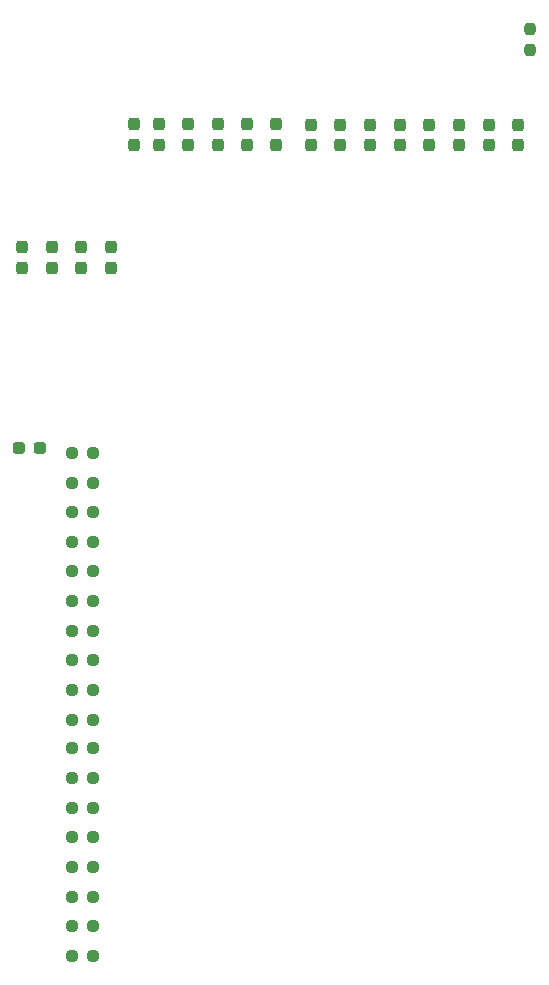
<source format=gbr>
%TF.GenerationSoftware,KiCad,Pcbnew,8.0.8*%
%TF.CreationDate,2025-01-30T20:37:13+01:00*%
%TF.ProjectId,x68030_scsi,78363830-3330-45f7-9363-73692e6b6963,rev?*%
%TF.SameCoordinates,Original*%
%TF.FileFunction,Paste,Top*%
%TF.FilePolarity,Positive*%
%FSLAX46Y46*%
G04 Gerber Fmt 4.6, Leading zero omitted, Abs format (unit mm)*
G04 Created by KiCad (PCBNEW 8.0.8) date 2025-01-30 20:37:13*
%MOMM*%
%LPD*%
G01*
G04 APERTURE LIST*
G04 Aperture macros list*
%AMRoundRect*
0 Rectangle with rounded corners*
0 $1 Rounding radius*
0 $2 $3 $4 $5 $6 $7 $8 $9 X,Y pos of 4 corners*
0 Add a 4 corners polygon primitive as box body*
4,1,4,$2,$3,$4,$5,$6,$7,$8,$9,$2,$3,0*
0 Add four circle primitives for the rounded corners*
1,1,$1+$1,$2,$3*
1,1,$1+$1,$4,$5*
1,1,$1+$1,$6,$7*
1,1,$1+$1,$8,$9*
0 Add four rect primitives between the rounded corners*
20,1,$1+$1,$2,$3,$4,$5,0*
20,1,$1+$1,$4,$5,$6,$7,0*
20,1,$1+$1,$6,$7,$8,$9,0*
20,1,$1+$1,$8,$9,$2,$3,0*%
G04 Aperture macros list end*
%ADD10RoundRect,0.237500X-0.250000X-0.237500X0.250000X-0.237500X0.250000X0.237500X-0.250000X0.237500X0*%
%ADD11RoundRect,0.237500X-0.237500X0.300000X-0.237500X-0.300000X0.237500X-0.300000X0.237500X0.300000X0*%
%ADD12RoundRect,0.237500X-0.287500X-0.237500X0.287500X-0.237500X0.287500X0.237500X-0.287500X0.237500X0*%
%ADD13RoundRect,0.237500X0.237500X-0.250000X0.237500X0.250000X-0.237500X0.250000X-0.237500X-0.250000X0*%
G04 APERTURE END LIST*
D10*
%TO.C,R7*%
X41175000Y-126970000D03*
X43000000Y-126970000D03*
%TD*%
D11*
%TO.C,C16*%
X73980000Y-84137500D03*
X73980000Y-85862500D03*
%TD*%
D10*
%TO.C,R14*%
X41175000Y-144460000D03*
X43000000Y-144460000D03*
%TD*%
%TO.C,R1*%
X41175000Y-111910000D03*
X43000000Y-111910000D03*
%TD*%
D12*
%TO.C,F1*%
X36750000Y-111500000D03*
X38500000Y-111500000D03*
%TD*%
D10*
%TO.C,R2*%
X41175000Y-114420000D03*
X43000000Y-114420000D03*
%TD*%
D11*
%TO.C,C13*%
X66450000Y-84137500D03*
X66450000Y-85862500D03*
%TD*%
%TO.C,C5*%
X46500000Y-84087500D03*
X46500000Y-85812500D03*
%TD*%
%TO.C,C15*%
X71470000Y-84137500D03*
X71470000Y-85862500D03*
%TD*%
%TO.C,C4*%
X44500000Y-94500000D03*
X44500000Y-96225000D03*
%TD*%
D10*
%TO.C,R13*%
X41175000Y-141950000D03*
X43000000Y-141950000D03*
%TD*%
%TO.C,R17*%
X41175000Y-151990000D03*
X43000000Y-151990000D03*
%TD*%
D11*
%TO.C,C2*%
X39500000Y-94500000D03*
X39500000Y-96225000D03*
%TD*%
%TO.C,C3*%
X42000000Y-94500000D03*
X42000000Y-96225000D03*
%TD*%
D10*
%TO.C,R5*%
X41175000Y-121950000D03*
X43000000Y-121950000D03*
%TD*%
D11*
%TO.C,C7*%
X51070000Y-84087500D03*
X51070000Y-85812500D03*
%TD*%
D10*
%TO.C,R3*%
X41175000Y-116930000D03*
X43000000Y-116930000D03*
%TD*%
%TO.C,R8*%
X41175000Y-129480000D03*
X43000000Y-129480000D03*
%TD*%
%TO.C,R6*%
X41175000Y-124460000D03*
X43000000Y-124460000D03*
%TD*%
D11*
%TO.C,C6*%
X48560000Y-84087500D03*
X48560000Y-85812500D03*
%TD*%
%TO.C,C8*%
X53580000Y-84087500D03*
X53580000Y-85812500D03*
%TD*%
D10*
%TO.C,R12*%
X41175000Y-139440000D03*
X43000000Y-139440000D03*
%TD*%
%TO.C,R10*%
X41175000Y-134500000D03*
X43000000Y-134500000D03*
%TD*%
%TO.C,R15*%
X41175000Y-146970000D03*
X43000000Y-146970000D03*
%TD*%
%TO.C,R11*%
X41175000Y-136930000D03*
X43000000Y-136930000D03*
%TD*%
D13*
%TO.C,JP1*%
X80000000Y-77825000D03*
X80000000Y-76000000D03*
%TD*%
D11*
%TO.C,C17*%
X76490000Y-84137500D03*
X76490000Y-85862500D03*
%TD*%
%TO.C,C10*%
X58520000Y-84087500D03*
X58520000Y-85812500D03*
%TD*%
D10*
%TO.C,R16*%
X41175000Y-149480000D03*
X43000000Y-149480000D03*
%TD*%
%TO.C,R4*%
X41175000Y-119440000D03*
X43000000Y-119440000D03*
%TD*%
D11*
%TO.C,C12*%
X63940000Y-84137500D03*
X63940000Y-85862500D03*
%TD*%
%TO.C,C9*%
X56010000Y-84087500D03*
X56010000Y-85812500D03*
%TD*%
%TO.C,C1*%
X37000000Y-94500000D03*
X37000000Y-96225000D03*
%TD*%
%TO.C,C11*%
X61430000Y-84137500D03*
X61430000Y-85862500D03*
%TD*%
D10*
%TO.C,R18*%
X41175000Y-154500000D03*
X43000000Y-154500000D03*
%TD*%
%TO.C,R9*%
X41175000Y-131990000D03*
X43000000Y-131990000D03*
%TD*%
D11*
%TO.C,C14*%
X68960000Y-84137500D03*
X68960000Y-85862500D03*
%TD*%
%TO.C,C18*%
X79000000Y-84137500D03*
X79000000Y-85862500D03*
%TD*%
M02*

</source>
